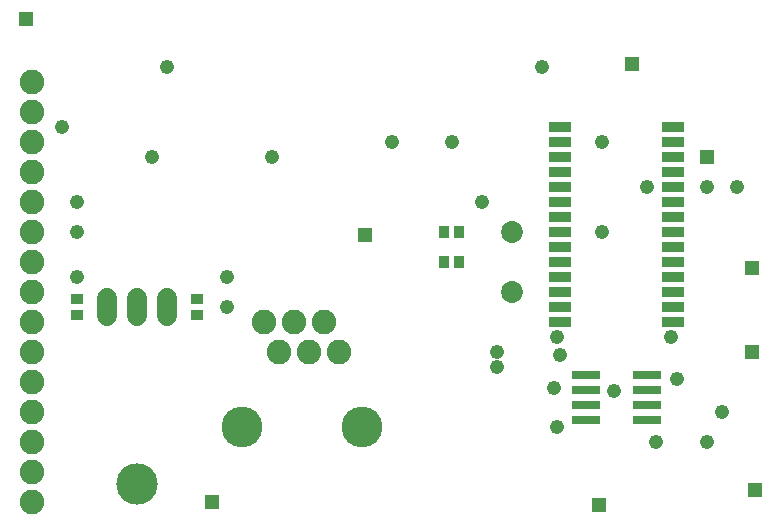
<source format=gts>
G75*
G70*
%OFA0B0*%
%FSLAX24Y24*%
%IPPOS*%
%LPD*%
%AMOC8*
5,1,8,0,0,1.08239X$1,22.5*
%
%ADD10R,0.0749X0.0336*%
%ADD11C,0.0680*%
%ADD12C,0.1380*%
%ADD13C,0.0730*%
%ADD14R,0.0946X0.0316*%
%ADD15C,0.0820*%
%ADD16C,0.1360*%
%ADD17R,0.0356X0.0434*%
%ADD18R,0.0434X0.0356*%
%ADD19C,0.0476*%
%ADD20R,0.0476X0.0476*%
D10*
X019298Y007980D03*
X019298Y008480D03*
X019298Y008980D03*
X019298Y009480D03*
X019298Y009980D03*
X019298Y010480D03*
X019298Y010980D03*
X019298Y011480D03*
X019298Y011980D03*
X019298Y012480D03*
X019298Y012980D03*
X019298Y013480D03*
X019298Y013980D03*
X019298Y014480D03*
X023062Y014480D03*
X023062Y013980D03*
X023062Y013480D03*
X023062Y012980D03*
X023062Y012480D03*
X023062Y011980D03*
X023062Y011480D03*
X023062Y010980D03*
X023062Y010480D03*
X023062Y009980D03*
X023062Y009480D03*
X023062Y008980D03*
X023062Y008480D03*
X023062Y007980D03*
D11*
X006180Y008180D02*
X006180Y008780D01*
X005180Y008780D02*
X005180Y008180D01*
X004180Y008180D02*
X004180Y008780D01*
D12*
X005180Y002580D03*
D13*
X017680Y008980D03*
X017680Y010980D03*
D14*
X020156Y006230D03*
X020156Y005730D03*
X020156Y005230D03*
X020156Y004730D03*
X022204Y004730D03*
X022204Y005230D03*
X022204Y005730D03*
X022204Y006230D03*
D15*
X001680Y001980D03*
X001680Y002980D03*
X001680Y003980D03*
X001680Y004980D03*
X001680Y005980D03*
X001680Y006980D03*
X001680Y007980D03*
X001680Y008980D03*
X001680Y009980D03*
X001680Y010980D03*
X001680Y011980D03*
X001680Y012980D03*
X001680Y013980D03*
X001680Y014980D03*
X001680Y015980D03*
X009430Y007980D03*
X010430Y007980D03*
X011430Y007980D03*
X010930Y006980D03*
X009930Y006980D03*
X011930Y006980D03*
D16*
X012680Y004480D03*
X008680Y004480D03*
D17*
X015424Y009980D03*
X015936Y009980D03*
X015936Y010980D03*
X015424Y010980D03*
D18*
X007180Y008736D03*
X007180Y008224D03*
X003180Y008224D03*
X003180Y008736D03*
D19*
X003180Y009480D03*
X003180Y010980D03*
X003180Y011980D03*
X005680Y013480D03*
X002680Y014480D03*
X006180Y016480D03*
X009680Y013480D03*
X013680Y013980D03*
X015680Y013980D03*
X016680Y011980D03*
X020680Y010980D03*
X022180Y012480D03*
X020680Y013980D03*
X024180Y012480D03*
X025180Y012480D03*
X018680Y016480D03*
X008180Y009480D03*
X008180Y008480D03*
X017180Y006980D03*
X017180Y006480D03*
X019080Y005780D03*
X019280Y006880D03*
X019180Y007480D03*
X021080Y005680D03*
X019180Y004480D03*
X022480Y003980D03*
X024180Y003980D03*
X024680Y004980D03*
X023180Y006080D03*
X022980Y007480D03*
D20*
X025680Y006980D03*
X025680Y009780D03*
X024180Y013480D03*
X021680Y016580D03*
X012780Y010880D03*
X001480Y018080D03*
X007680Y001980D03*
X020580Y001880D03*
X025780Y002380D03*
M02*

</source>
